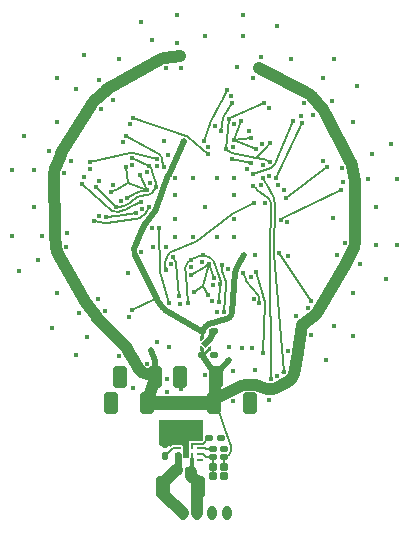
<source format=gbl>
G04*
G04 #@! TF.GenerationSoftware,Altium Limited,Altium Designer,21.5.1 (32)*
G04*
G04 Layer_Physical_Order=4*
G04 Layer_Color=16711680*
%FSLAX25Y25*%
%MOIN*%
G70*
G04*
G04 #@! TF.SameCoordinates,27F4FA08-B883-49DC-8838-6B3E8E1CA851*
G04*
G04*
G04 #@! TF.FilePolarity,Positive*
G04*
G01*
G75*
%ADD10C,0.00787*%
%ADD11C,0.00984*%
%ADD29R,0.00787X0.00787*%
%ADD30R,0.00394X0.00394*%
G04:AMPARAMS|DCode=35|XSize=23.62mil|YSize=23.62mil|CornerRadius=2.36mil|HoleSize=0mil|Usage=FLASHONLY|Rotation=90.000|XOffset=0mil|YOffset=0mil|HoleType=Round|Shape=RoundedRectangle|*
%AMROUNDEDRECTD35*
21,1,0.02362,0.01890,0,0,90.0*
21,1,0.01890,0.02362,0,0,90.0*
1,1,0.00472,0.00945,0.00945*
1,1,0.00472,0.00945,-0.00945*
1,1,0.00472,-0.00945,-0.00945*
1,1,0.00472,-0.00945,0.00945*
%
%ADD35ROUNDEDRECTD35*%
G04:AMPARAMS|DCode=45|XSize=19.68mil|YSize=23.62mil|CornerRadius=1.97mil|HoleSize=0mil|Usage=FLASHONLY|Rotation=90.000|XOffset=0mil|YOffset=0mil|HoleType=Round|Shape=RoundedRectangle|*
%AMROUNDEDRECTD45*
21,1,0.01968,0.01968,0,0,90.0*
21,1,0.01575,0.02362,0,0,90.0*
1,1,0.00394,0.00984,0.00787*
1,1,0.00394,0.00984,-0.00787*
1,1,0.00394,-0.00984,-0.00787*
1,1,0.00394,-0.00984,0.00787*
%
%ADD45ROUNDEDRECTD45*%
G04:AMPARAMS|DCode=46|XSize=19.68mil|YSize=23.62mil|CornerRadius=1.97mil|HoleSize=0mil|Usage=FLASHONLY|Rotation=0.000|XOffset=0mil|YOffset=0mil|HoleType=Round|Shape=RoundedRectangle|*
%AMROUNDEDRECTD46*
21,1,0.01968,0.01968,0,0,0.0*
21,1,0.01575,0.02362,0,0,0.0*
1,1,0.00394,0.00787,-0.00984*
1,1,0.00394,-0.00787,-0.00984*
1,1,0.00394,-0.00787,0.00984*
1,1,0.00394,0.00787,0.00984*
%
%ADD46ROUNDEDRECTD46*%
%ADD77C,0.01772*%
%ADD78C,0.00787*%
%ADD79C,0.01968*%
%ADD81C,0.01181*%
%ADD82C,0.02362*%
%ADD83O,0.03150X0.04724*%
%ADD84C,0.03937*%
G04:AMPARAMS|DCode=85|XSize=21.65mil|YSize=9.84mil|CornerRadius=1.48mil|HoleSize=0mil|Usage=FLASHONLY|Rotation=180.000|XOffset=0mil|YOffset=0mil|HoleType=Round|Shape=RoundedRectangle|*
%AMROUNDEDRECTD85*
21,1,0.02165,0.00689,0,0,180.0*
21,1,0.01870,0.00984,0,0,180.0*
1,1,0.00295,-0.00935,0.00345*
1,1,0.00295,0.00935,0.00345*
1,1,0.00295,0.00935,-0.00345*
1,1,0.00295,-0.00935,-0.00345*
%
%ADD85ROUNDEDRECTD85*%
G04:AMPARAMS|DCode=86|XSize=9.84mil|YSize=21.65mil|CornerRadius=1.48mil|HoleSize=0mil|Usage=FLASHONLY|Rotation=180.000|XOffset=0mil|YOffset=0mil|HoleType=Round|Shape=RoundedRectangle|*
%AMROUNDEDRECTD86*
21,1,0.00984,0.01870,0,0,180.0*
21,1,0.00689,0.02165,0,0,180.0*
1,1,0.00295,-0.00345,0.00935*
1,1,0.00295,0.00345,0.00935*
1,1,0.00295,0.00345,-0.00935*
1,1,0.00295,-0.00345,-0.00935*
%
%ADD86ROUNDEDRECTD86*%
G04:AMPARAMS|DCode=87|XSize=9.84mil|YSize=51.18mil|CornerRadius=1.48mil|HoleSize=0mil|Usage=FLASHONLY|Rotation=180.000|XOffset=0mil|YOffset=0mil|HoleType=Round|Shape=RoundedRectangle|*
%AMROUNDEDRECTD87*
21,1,0.00984,0.04823,0,0,180.0*
21,1,0.00689,0.05118,0,0,180.0*
1,1,0.00295,-0.00345,0.02411*
1,1,0.00295,0.00345,0.02411*
1,1,0.00295,0.00345,-0.02411*
1,1,0.00295,-0.00345,-0.02411*
%
%ADD87ROUNDEDRECTD87*%
G04:AMPARAMS|DCode=88|XSize=9.84mil|YSize=39.37mil|CornerRadius=1.48mil|HoleSize=0mil|Usage=FLASHONLY|Rotation=180.000|XOffset=0mil|YOffset=0mil|HoleType=Round|Shape=RoundedRectangle|*
%AMROUNDEDRECTD88*
21,1,0.00984,0.03642,0,0,180.0*
21,1,0.00689,0.03937,0,0,180.0*
1,1,0.00295,-0.00345,0.01821*
1,1,0.00295,0.00345,0.01821*
1,1,0.00295,0.00345,-0.01821*
1,1,0.00295,-0.00345,-0.01821*
%
%ADD88ROUNDEDRECTD88*%
G04:AMPARAMS|DCode=89|XSize=39.37mil|YSize=133.86mil|CornerRadius=5.91mil|HoleSize=0mil|Usage=FLASHONLY|Rotation=90.000|XOffset=0mil|YOffset=0mil|HoleType=Round|Shape=RoundedRectangle|*
%AMROUNDEDRECTD89*
21,1,0.03937,0.12205,0,0,90.0*
21,1,0.02756,0.13386,0,0,90.0*
1,1,0.01181,0.06102,0.01378*
1,1,0.01181,0.06102,-0.01378*
1,1,0.01181,-0.06102,-0.01378*
1,1,0.01181,-0.06102,0.01378*
%
%ADD89ROUNDEDRECTD89*%
G04:AMPARAMS|DCode=90|XSize=70.87mil|YSize=45.28mil|CornerRadius=5.66mil|HoleSize=0mil|Usage=FLASHONLY|Rotation=90.000|XOffset=0mil|YOffset=0mil|HoleType=Round|Shape=RoundedRectangle|*
%AMROUNDEDRECTD90*
21,1,0.07087,0.03396,0,0,90.0*
21,1,0.05955,0.04528,0,0,90.0*
1,1,0.01132,0.01698,0.02977*
1,1,0.01132,0.01698,-0.02977*
1,1,0.01132,-0.01698,-0.02977*
1,1,0.01132,-0.01698,0.02977*
%
%ADD90ROUNDEDRECTD90*%
%ADD91C,0.04724*%
G36*
X-473Y-43760D02*
X-1299Y-44587D01*
X-1693Y-44587D01*
Y-42776D01*
X-472D01*
X-473Y-43760D01*
D02*
G37*
G36*
X2087Y-44587D02*
X1693Y-44587D01*
X866Y-43760D01*
X866Y-42776D01*
X2087D01*
Y-44587D01*
D02*
G37*
G36*
X1812Y-45374D02*
X197Y-46989D01*
X-1418Y-45374D01*
X197Y-43759D01*
X1812Y-45374D01*
D02*
G37*
G36*
X2087Y-46161D02*
Y-47972D01*
X866D01*
X866Y-46988D01*
X1693Y-46161D01*
X2087Y-46161D01*
D02*
G37*
G36*
X-473Y-46988D02*
X-472Y-47972D01*
X-1693D01*
Y-46161D01*
X-1299Y-46161D01*
X-473Y-46988D01*
D02*
G37*
G36*
X-787Y-77616D02*
X-908Y-77737D01*
X-3077D01*
X-3461Y-77813D01*
X-3494Y-77835D01*
X-4232D01*
X-4257Y-77840D01*
X-4675D01*
X-4963Y-77897D01*
X-5207Y-78060D01*
X-5371Y-78304D01*
X-5428Y-78592D01*
Y-80463D01*
X-5371Y-80751D01*
X-5330Y-80811D01*
X-5207Y-81022D01*
Y-81577D01*
X-5330Y-81788D01*
X-5371Y-81848D01*
X-5428Y-82136D01*
Y-83424D01*
X-5521Y-83563D01*
X-7150D01*
Y-82677D01*
X-7269Y-82081D01*
Y-81841D01*
X-7326Y-81552D01*
X-7451Y-81201D01*
X-7326Y-80849D01*
X-7269Y-80561D01*
Y-79872D01*
X-7326Y-79584D01*
X-7490Y-79340D01*
X-7734Y-79177D01*
X-8022Y-79119D01*
X-9892D01*
X-10180Y-79177D01*
X-10381Y-79311D01*
X-10728D01*
X-11112Y-79388D01*
X-11438Y-79605D01*
X-11635Y-79802D01*
X-11713Y-79724D01*
X-14665D01*
X-15157Y-79141D01*
Y-70866D01*
X-787D01*
Y-77616D01*
D02*
G37*
D10*
X-5838Y-18501D02*
G03*
X-6495Y-19991I1212J-1424D01*
G01*
X-6395Y-22610D02*
G03*
X-6392Y-22655I1869J71D01*
G01*
X3127Y-18176D02*
G03*
X2043Y-17021I-1777J-582D01*
G01*
X4706Y-23013D02*
G03*
X4672Y-22895I-1812J-463D01*
G01*
X-8Y-19869D02*
G03*
X247Y-19688I-951J1610D01*
G01*
X-29710Y5841D02*
G03*
X-29663Y5868I-900J1639D01*
G01*
X-29918Y5743D02*
G03*
X-29710Y5841I-693J1737D01*
G01*
X-22205Y5061D02*
G03*
X-22971Y4757I806J-3147D01*
G01*
X-26616Y-831D02*
G03*
X-26520Y-786I-1338J2960D01*
G01*
X-27072Y-998D02*
G03*
X-26616Y-831I-881J3126D01*
G01*
X-24378Y271D02*
G03*
X-24247Y340I-1441J2911D01*
G01*
X-17631Y12214D02*
G03*
X-17758Y12517I-1781J-570D01*
G01*
X-24994Y1504D02*
G03*
X-24657Y1717I-825J1678D01*
G01*
X-21527Y3780D02*
G03*
X-22562Y3379I127J-1866D01*
G01*
X-18345Y13628D02*
G03*
X-18391Y13704I-696J-368D01*
G01*
X-19160Y3942D02*
G03*
X-17774Y4713I-132J1865D01*
G01*
X-16413Y8325D02*
G03*
X-16483Y8627I-1851J-268D01*
G01*
X19407Y-29650D02*
G03*
X19335Y-29403I-3151J-786D01*
G01*
X19330Y-29388D02*
G03*
X19335Y-29403I752J235D01*
G01*
X18124Y-30518D02*
G03*
X17713Y-29265I-1868J82D01*
G01*
X13578Y-24036D02*
G03*
X13817Y-24420I1696J788D01*
G01*
X19929Y-32032D02*
G03*
X19873Y-31498I-1869J72D01*
G01*
X21889Y1532D02*
G03*
X21131Y3079I-1870J42D01*
G01*
X21556Y-15298D02*
G03*
X21555Y-15392I3247J-64D01*
G01*
X17201Y6015D02*
G03*
X17436Y5809I1346J1298D01*
G01*
X8661Y-79823D02*
G03*
X8601Y-79449I-1181J0D01*
G01*
X7420Y-75906D02*
G03*
X7418Y-75900I-1120J-374D01*
G01*
X7957Y-82478D02*
G03*
X8661Y-81398I-477J1080D01*
G01*
X22933Y-15330D02*
G03*
X22939Y-15512I1870J-32D01*
G01*
X20201Y8187D02*
G03*
X20098Y8358I-1654J-873D01*
G01*
X6978Y-26127D02*
G03*
X6949Y-26313I757J-215D01*
G01*
X6948Y-26329D02*
G03*
X6949Y-26313I-786J44D01*
G01*
X6979Y-26124D02*
G03*
X7017Y-25243I-1797J519D01*
G01*
X-4375Y-17307D02*
G03*
X-4598Y-17440I289J-732D01*
G01*
X5223Y-25465D02*
G03*
X5228Y-25054I-757J216D01*
G01*
X-1042Y-15992D02*
G03*
X-1078Y-16005I253J-746D01*
G01*
X5711Y-20583D02*
G03*
X5791Y-21218I1868J-86D01*
G01*
X7017Y-25243D02*
G03*
X6970Y-25056I-1835J-363D01*
G01*
X-14926Y-21182D02*
G03*
X-14924Y-21202I786J39D01*
G01*
X-14924Y-21208D02*
G03*
X-14864Y-21547I1864J154D01*
G01*
X-13301Y-18593D02*
G03*
X-13313Y-19168I1841J-327D01*
G01*
X-13300Y-18588D02*
G03*
X-13301Y-18593I1841J-331D01*
G01*
X-14929Y-21123D02*
G03*
X-14928Y-21146I1869J69D01*
G01*
X-16241Y7134D02*
G03*
X-16248Y7207I-786J-38D01*
G01*
X-27910Y259D02*
G03*
X-27126Y452I-44J1870D01*
G01*
X8738Y18280D02*
G03*
X9052Y18181I720J1726D01*
G01*
X20246Y15818D02*
G03*
X19489Y16091I-998J-1582D01*
G01*
X8295Y29736D02*
G03*
X8275Y29726I330J-715D01*
G01*
X20300Y19790D02*
G03*
X20410Y19915I-1345J1299D01*
G01*
X22163Y13209D02*
G03*
X23301Y14273I-592J1774D01*
G01*
X26685Y-3139D02*
G03*
X26423Y-3291I804J-1688D01*
G01*
X23267Y1510D02*
G03*
X22892Y3092I-3247J64D01*
G01*
X9041Y-2247D02*
G03*
X9048Y-2244I-337J712D01*
G01*
X-13214Y-18273D02*
G03*
X-13300Y-18588I1755J-646D01*
G01*
X9037Y-2249D02*
G03*
X8700Y-2456I806J-1688D01*
G01*
X9039Y-2248D02*
G03*
X9037Y-2249I803J-1689D01*
G01*
X-3227Y-11573D02*
G03*
X-2795Y-11323I-710J1730D01*
G01*
X-11625Y-15051D02*
G03*
X-11683Y-15089I392J-683D01*
G01*
Y-15089D02*
G03*
X-12368Y-15976I1070J-1534D01*
G01*
X-9597Y-18751D02*
G03*
X-9833Y-17996I-1863J-168D01*
G01*
X-11322Y-14896D02*
G03*
X-11549Y-15008I710J-1730D01*
G01*
X1786Y28029D02*
G03*
X1686Y27801I1659J-864D01*
G01*
X1787Y28030D02*
G03*
X1786Y28029I1658J-864D01*
G01*
X18118Y17537D02*
G03*
X18104Y17522I567J-547D01*
G01*
X-5587Y23523D02*
G03*
X-6263Y23913I-1302J-1476D01*
G01*
X7224Y19072D02*
G03*
X7588Y18764I667J418D01*
G01*
X-30890Y-1184D02*
G03*
X-29145Y-1582I1237J1402D01*
G01*
X-33172Y-5141D02*
G03*
X-32665Y-5147I275J1850D01*
G01*
X-23159Y-3961D02*
G03*
X-23160Y-3961I96J-782D01*
G01*
X-23117Y-3957D02*
G03*
X-23159Y-3961I54J-786D01*
G01*
X-22762Y-3934D02*
G03*
X-21654Y-3479I-119J1866D01*
G01*
X-19745Y-1820D02*
G03*
X-19263Y-1169I-1227J1411D01*
G01*
X-29401Y-3020D02*
G03*
X-29242Y-3004I-251J3238D01*
G01*
D02*
G03*
X-29179Y-2995I-410J3222D01*
G01*
X-14288Y16391D02*
G03*
X-15241Y17781I-1853J-250D01*
G01*
X-23949Y18143D02*
G03*
X-24815Y18158I-464J-1812D01*
G01*
X6009Y29698D02*
G03*
X6017Y29751I-772J153D01*
G01*
X6321Y30569D02*
G03*
X6018Y29755I1553J-1042D01*
G01*
X247Y-19688D02*
X1350Y-18757D01*
X2895Y-23477D01*
X-6392Y-22655D02*
X-5812Y-31932D01*
X3127Y-18176D02*
X4672Y-22895D01*
X-6495Y-19991D02*
X-6395Y-22610D01*
X-5838Y-18501D02*
X-4611Y-17452D01*
X-766Y-15898D02*
X2043Y-17021D01*
X-4526Y-22539D02*
X-8Y-19869D01*
X-591Y-26181D02*
X1350Y-18757D01*
X-591Y-26181D02*
X991Y-29184D01*
X-3642Y-28150D02*
X-591Y-26181D01*
X-29918Y5743D02*
X-29918Y5743D01*
X-31336Y5178D02*
X-29918Y5743D01*
X-29663Y5868D02*
X-25752Y8166D01*
X-26461Y13333D02*
X-25752Y8166D01*
X-19291Y5807D01*
X-25819Y3182D02*
X-22971Y4757D01*
X-22205Y5061D02*
X-19291Y5807D01*
X-21597Y10733D02*
X-19291Y5807D01*
X-24247Y340D02*
X-21399Y1914D01*
X-18345Y13628D02*
X-17758Y12517D01*
X-16241Y7134D02*
X-16228Y6859D01*
X-17631Y12214D02*
X-16483Y8627D01*
X-27126Y452D02*
X-24994Y1504D01*
X-26520Y-786D02*
X-24378Y271D01*
X-21527Y3780D02*
X-19160Y3942D01*
X-18523Y13899D02*
X-18391Y13704D01*
X-16413Y8325D02*
X-16248Y7207D01*
X-24657Y1717D02*
X-22562Y3379D01*
X-29652Y218D02*
X-27910Y259D01*
X16929Y-21555D02*
X19330Y-29388D01*
X19335Y-29403D02*
X19335Y-29403D01*
X13817Y-24420D02*
X17713Y-29265D01*
X12567Y-21858D02*
X13578Y-24036D01*
X21555Y-15392D02*
X21934Y-57232D01*
X19287Y-48655D02*
X19929Y-32032D01*
X19407Y-29650D02*
X19873Y-31498D01*
X16087Y7170D02*
X17201Y6015D01*
X17436Y5809D02*
X21131Y3079D01*
X21556Y-15298D02*
X21889Y1532D01*
X25808Y-54995D02*
X26202Y-54897D01*
X8661Y-81398D02*
Y-79823D01*
X4847Y-68332D02*
X7418Y-75900D01*
X3150Y-65354D02*
X4847Y-68332D01*
X7420Y-75906D02*
X8601Y-79449D01*
X-13189Y-82776D02*
X-10728Y-80315D01*
X-9055D01*
X-13189Y-82972D02*
Y-82776D01*
X6496Y-86516D02*
Y-83366D01*
X7283Y-82776D01*
X7957Y-82478D01*
X420Y-83366D02*
X2559D01*
Y-89665D02*
Y-86516D01*
Y-83366D01*
X-663Y-82284D02*
X420Y-83366D01*
X-1575Y-82284D02*
X-663D01*
X-1673Y-82185D02*
X-1575Y-82284D01*
X197Y-80610D02*
X2559D01*
X1181Y-77067D02*
X1378D01*
X-98Y-80315D02*
X197Y-80610D01*
X-1575Y-80315D02*
X-98D01*
X-1673Y-80216D02*
X-1575Y-80315D01*
X-3077Y-78740D02*
X-492D01*
X1181Y-77067D01*
X-9055Y-80315D02*
X-8957Y-80216D01*
X-4331Y-79528D02*
Y-78937D01*
X-4232Y-78839D01*
X-3176D01*
X-3077Y-78740D01*
X4800Y-31567D02*
X5183Y-25605D01*
X6496Y-34941D02*
X6948Y-26329D01*
X6978Y-26127D02*
X6979Y-26124D01*
X5183Y-25605D02*
X5223Y-25465D01*
X5711Y-20583D02*
X5777Y-19135D01*
X-13313Y-19168D02*
X-13060Y-21053D01*
X-9580Y-18939D02*
X-8613Y-29638D01*
X-14864Y-21547D02*
X-12002Y-32023D01*
X-4611Y-17452D02*
X-4598Y-17440D01*
X4706Y-23013D02*
X5228Y-25054D01*
X-4375Y-17307D02*
X-1078Y-16005D01*
X-1042Y-15992D02*
X-766Y-15898D01*
X5791Y-21218D02*
X6970Y-25056D01*
X-15452Y-7054D02*
X-14929Y-21123D01*
X-14928Y-21146D02*
X-14926Y-21182D01*
X-14924Y-21202D02*
X-14924Y-21208D01*
X-29179Y-2995D02*
X-22881Y-2068D01*
X-17774Y4713D02*
X-16228Y6859D01*
X21374Y14983D02*
X21571D01*
X7588Y18764D02*
X8738Y18280D01*
X9052Y18181D02*
X17078Y16405D01*
X19489Y16091D01*
X20246Y15818D02*
X21571Y14983D01*
X7874Y29528D02*
X8275Y29726D01*
X7087Y19291D02*
X7224Y19072D01*
X8295Y29736D02*
X19551Y34931D01*
X16142Y11200D02*
X22163Y13209D01*
X23769Y9744D02*
X32283Y28051D01*
X23301Y14273D02*
X29232Y28740D01*
X20201Y8187D02*
X22892Y3092D01*
X27067Y3248D02*
X40642Y13390D01*
X19219Y9663D02*
X20098Y8358D01*
X25237Y-4114D02*
X26423Y-3291D01*
X26685Y-3139D02*
X45472Y5807D01*
X22939Y-15512D02*
X26202Y-54897D01*
X9039Y-2248D02*
X9041Y-2247D01*
X9048Y-2244D02*
X16292Y1271D01*
X22933Y-15330D02*
X23267Y1510D01*
X18061Y-31960D02*
X18124Y-30518D01*
X-11322Y-14896D02*
X-3227Y-11573D01*
X-13214Y-18273D02*
X-12368Y-15976D01*
X-9597Y-18751D02*
X-9580Y-18939D01*
X-10611Y-16626D02*
X-9833Y-17996D01*
X-11625Y-15051D02*
X-11549Y-15008D01*
X-2795Y-11323D02*
X8700Y-2456D01*
X24803Y-15362D02*
X35428Y-31181D01*
X9582Y22508D02*
X17175Y19536D01*
X9582Y22508D02*
X15211Y23138D01*
X13767Y20859D02*
X17175Y19536D01*
X5594Y35469D02*
X7509Y39209D01*
X5344Y34979D02*
X5594Y35469D01*
X1787Y28030D02*
X5344Y34979D01*
X1786Y28029D02*
X1787Y28030D01*
X-394Y22047D02*
X1686Y27801D01*
X18118Y17537D02*
X20300Y19790D01*
X9582Y22508D02*
X11897Y28607D01*
X-24016Y29921D02*
X-6263Y23913D01*
X-926Y19436D02*
X929Y17811D01*
X-5587Y23523D02*
X-926Y19436D01*
X7087Y19291D02*
X7874Y29528D01*
X9123Y16156D02*
X15354Y14751D01*
X17078Y16405D02*
X18104Y17522D01*
X20410Y19915D02*
X21654Y21455D01*
X-29145Y-1582D02*
X-27072Y-998D01*
X-41043Y7776D02*
X-30890Y-1184D01*
X-38305Y15191D02*
X-24815Y18158D01*
X-36150Y6644D02*
X-29652Y218D01*
X-36884Y-4589D02*
X-33172Y-5141D01*
X-23117Y-3957D02*
X-23113Y-3957D01*
X-22762Y-3934D01*
X-23160Y-3961D02*
X-23159Y-3961D01*
X-32665Y-5147D02*
X-23160Y-3961D01*
X-19263Y-1169D02*
X-18677Y149D01*
X-21654Y-3479D02*
X-19745Y-1820D01*
X-24409Y-34252D02*
X-16690Y-30659D01*
X-32896Y-3291D02*
X-29401Y-3020D01*
X-26181Y23819D02*
X-15241Y17781D01*
X-14288Y16391D02*
X-13908Y13569D01*
X-23949Y18143D02*
X-16142Y16142D01*
X-24414Y16332D02*
X-18523Y13899D01*
X5217Y25591D02*
X6009Y29698D01*
X6017Y29751D02*
X6018Y29755D01*
X6321Y30569D02*
X9055Y34646D01*
D11*
X-1083Y-48898D02*
Y-47067D01*
Y-48898D02*
X-1083Y-49390D01*
X-394Y-48898D02*
X1476Y-47067D01*
X-1280Y-41319D02*
X-1252Y-41387D01*
Y-41387D02*
Y-41387D01*
Y-41387D02*
X-1083Y-41811D01*
Y-43681D02*
Y-41811D01*
D29*
X197Y-45374D02*
D03*
D30*
X-1083Y-47067D02*
D03*
X1476D02*
D03*
Y-43681D02*
D03*
X-1083D02*
D03*
D35*
X6496Y-89665D02*
D03*
X2559D02*
D03*
Y-86516D02*
D03*
X6496D02*
D03*
D45*
X1378Y-77067D02*
D03*
X5315D02*
D03*
X2559Y-80610D02*
D03*
X6496D02*
D03*
Y-83366D02*
D03*
X2559D02*
D03*
X-9252Y-87697D02*
D03*
X-5315D02*
D03*
X-1083Y-41319D02*
D03*
X2854D02*
D03*
X-1083Y-49390D02*
D03*
X2854D02*
D03*
D46*
X-13189Y-79035D02*
D03*
Y-82972D02*
D03*
D77*
X-30610Y7480D02*
D03*
X-21399Y1914D02*
D03*
X-27954Y2129D02*
D03*
X-25819Y3182D02*
D03*
X16929Y-21555D02*
D03*
X15274Y-23248D02*
D03*
X-4526Y-22539D02*
D03*
X40270Y-50851D02*
D03*
X49276Y-42997D02*
D03*
X60300Y-23904D02*
D03*
X64173Y-12598D02*
D03*
Y9449D02*
D03*
X61875Y21176D02*
D03*
X50851Y40270D02*
D03*
X42997Y49276D02*
D03*
X23904Y60300D02*
D03*
X12598Y64173D02*
D03*
X-9449D02*
D03*
X-21176Y61875D02*
D03*
X-40270Y50851D02*
D03*
X-49276Y42997D02*
D03*
X-60300Y23904D02*
D03*
X-64173Y-9449D02*
D03*
Y12598D02*
D03*
X-50851Y-40270D02*
D03*
X-61875Y-21176D02*
D03*
X-42997Y-49276D02*
D03*
X-23904Y-60300D02*
D03*
X-12598Y-61417D02*
D03*
X9364Y-64678D02*
D03*
X21358Y-64173D02*
D03*
X24016Y-56102D02*
D03*
X14075Y-67716D02*
D03*
X14719Y25505D02*
D03*
X19287Y-48655D02*
D03*
X16768Y-54161D02*
D03*
X21934Y-57232D02*
D03*
X26202Y-54897D02*
D03*
X6488Y-89662D02*
D03*
X27676Y-47882D02*
D03*
X14173Y-62992D02*
D03*
X9467Y-54638D02*
D03*
X-7972Y-60532D02*
D03*
X-19148Y-52085D02*
D03*
X-98Y-56004D02*
D03*
X6496Y-80610D02*
D03*
X5315Y-77067D02*
D03*
X-7733Y-53534D02*
D03*
X-12574Y-57308D02*
D03*
X7874Y-50787D02*
D03*
X33153Y34714D02*
D03*
X10827Y46752D02*
D03*
X-12907Y46419D02*
D03*
X-34646Y32776D02*
D03*
X-46161Y-13189D02*
D03*
X-33366Y-34646D02*
D03*
X-8169Y-32283D02*
D03*
X-5812Y-31932D02*
D03*
X2165Y-41319D02*
D03*
X3445Y-49313D02*
D03*
X991Y-29184D02*
D03*
X4800Y-31567D02*
D03*
X6496Y-34941D02*
D03*
X2391Y-31089D02*
D03*
X5183Y-25605D02*
D03*
X2895Y-23477D02*
D03*
X5777Y-19135D02*
D03*
X7874Y-46457D02*
D03*
X-13060Y-21053D02*
D03*
X-11459Y-18919D02*
D03*
X2756Y-25886D02*
D03*
X-959Y-18259D02*
D03*
X-8613Y-29638D02*
D03*
X-12002Y-32023D02*
D03*
X-17323Y-13386D02*
D03*
X-17692Y-6762D02*
D03*
X-15255Y-6955D02*
D03*
X-22881Y-2068D02*
D03*
X-12992Y-13386D02*
D03*
X-35236Y8858D02*
D03*
X-18264Y8057D02*
D03*
X-16228Y6859D02*
D03*
X-19412Y11644D02*
D03*
X-27362Y21752D02*
D03*
X19248Y14237D02*
D03*
X21571Y14983D02*
D03*
X21457Y10431D02*
D03*
X27067Y3248D02*
D03*
X26503Y5658D02*
D03*
X27489Y-4827D02*
D03*
X25237Y-4114D02*
D03*
X20020Y1575D02*
D03*
X16292Y1271D02*
D03*
X15846Y-46850D02*
D03*
X18061Y-31960D02*
D03*
X16256Y-30437D02*
D03*
X4134Y-34744D02*
D03*
X-4611Y-17452D02*
D03*
X-4626Y-19925D02*
D03*
X-10611Y-16626D02*
D03*
X45472Y5807D02*
D03*
X46063Y8268D02*
D03*
X39342Y15502D02*
D03*
X40642Y13390D02*
D03*
X27657Y-16142D02*
D03*
X24803Y-15362D02*
D03*
X18548Y7313D02*
D03*
X24508Y7382D02*
D03*
X23769Y9744D02*
D03*
X31952Y30438D02*
D03*
X16093Y42962D02*
D03*
X15211Y23138D02*
D03*
X21260Y33169D02*
D03*
X19551Y34931D02*
D03*
X8545Y36952D02*
D03*
X7509Y39209D02*
D03*
X9635Y27928D02*
D03*
X11897Y28607D02*
D03*
X3445Y27165D02*
D03*
X-394Y22047D02*
D03*
X1144Y20254D02*
D03*
X9458Y20006D02*
D03*
X9582Y22508D02*
D03*
X9123Y16156D02*
D03*
X15354Y14751D02*
D03*
X13976Y12795D02*
D03*
X17175Y19536D02*
D03*
X18955Y21089D02*
D03*
X29232Y28740D02*
D03*
X32283Y28051D02*
D03*
X21654Y21455D02*
D03*
X-38386Y12795D02*
D03*
X-38305Y15191D02*
D03*
X-31336Y5178D02*
D03*
X-36150Y6644D02*
D03*
X-41043Y7776D02*
D03*
X-40354Y10039D02*
D03*
X-18677Y149D02*
D03*
X-20972Y-409D02*
D03*
X-19291Y5807D02*
D03*
X-29652Y218D02*
D03*
X-35194Y-2743D02*
D03*
X-32896Y-3291D02*
D03*
X-21597Y10733D02*
D03*
X-16128Y13706D02*
D03*
X-13711Y13471D02*
D03*
X-24016Y29921D02*
D03*
X-26461Y13333D02*
D03*
X-24189Y13980D02*
D03*
X-24414Y16332D02*
D03*
X-25000Y27756D02*
D03*
X-26181Y23819D02*
D03*
X-16142Y16142D02*
D03*
X-12205Y17323D02*
D03*
X-16045Y-44857D02*
D03*
X-17963Y-47719D02*
D03*
X1350Y-18757D02*
D03*
X7579Y-20669D02*
D03*
X12567Y-21858D02*
D03*
X35428Y-31181D02*
D03*
X-3642Y-28150D02*
D03*
X-21260Y-14764D02*
D03*
X42520Y-3445D02*
D03*
X19219Y9663D02*
D03*
X16142Y11200D02*
D03*
X-766Y-15898D02*
D03*
X5217Y25591D02*
D03*
X929Y17811D02*
D03*
X7874Y29528D02*
D03*
X-36884Y-4589D02*
D03*
X-13583Y22047D02*
D03*
X-51873Y18866D02*
D03*
X30512Y-36090D02*
D03*
X43139Y-39454D02*
D03*
X34252Y-33563D02*
D03*
X12500Y-46850D02*
D03*
X-35612Y-30463D02*
D03*
X-46063Y-8661D02*
D03*
X-46850Y11417D02*
D03*
X-44667Y15502D02*
D03*
X-49439Y28543D02*
D03*
X-30659Y35741D02*
D03*
X-7874Y46457D02*
D03*
X35961Y30709D02*
D03*
X45768Y13091D02*
D03*
X46555Y-12008D02*
D03*
X43964Y-15945D02*
D03*
X16831D02*
D03*
X9843Y-9843D02*
D03*
X-18523Y13899D02*
D03*
X-9843Y3937D02*
D03*
Y9843D02*
D03*
X3937D02*
D03*
X-3937D02*
D03*
X-9843Y-3937D02*
D03*
X-3937Y-9843D02*
D03*
X3937D02*
D03*
X9843Y-3937D02*
D03*
Y3937D02*
D03*
Y9843D02*
D03*
X-9843Y-9843D02*
D03*
X0Y0D02*
D03*
X-28543Y-49439D02*
D03*
X35447Y-42475D02*
D03*
X49439Y-28543D02*
D03*
X51736Y-19026D02*
D03*
X57087Y-12598D02*
D03*
Y0D02*
D03*
X54232Y9449D02*
D03*
X55738Y17633D02*
D03*
X49439Y28543D02*
D03*
X42475Y35447D02*
D03*
X39454Y43139D02*
D03*
X28543Y49439D02*
D03*
X18634Y50197D02*
D03*
X12598Y57087D02*
D03*
X0D02*
D03*
X-9210Y54626D02*
D03*
X-17633Y55738D02*
D03*
X-28543Y49439D02*
D03*
X-35447Y42475D02*
D03*
X-43139Y39454D02*
D03*
X-57087Y12598D02*
D03*
Y0D02*
D03*
X-54232Y-9449D02*
D03*
X-55738Y-17633D02*
D03*
X-49439Y-28543D02*
D03*
X-42126Y-35236D02*
D03*
X-39454Y-43139D02*
D03*
X-11909Y-46654D02*
D03*
X-25492Y-22047D02*
D03*
X-25394Y-36417D02*
D03*
X-29232Y-54528D02*
D03*
X-27461Y-59153D02*
D03*
X-30315Y-63386D02*
D03*
X-31988Y-67618D02*
D03*
X16087Y7170D02*
D03*
X-24409Y-34252D02*
D03*
X-6890Y22047D02*
D03*
X-21260Y-8071D02*
D03*
X12894Y-15945D02*
D03*
X18110Y46457D02*
D03*
X39370Y32677D02*
D03*
X50000Y8268D02*
D03*
X47244Y-18110D02*
D03*
X32283Y-39370D02*
D03*
X-8268Y50394D02*
D03*
X-32677Y39370D02*
D03*
X-48031Y17717D02*
D03*
X-50000Y-8661D02*
D03*
X-39370Y-32283D02*
D03*
X7087Y19291D02*
D03*
X9055Y34646D02*
D03*
D78*
X-29918Y5743D02*
D03*
D79*
X-16687Y-52085D02*
G03*
X-16804Y-51335I-2461J0D01*
G01*
X10389Y-20714D02*
G03*
X10116Y-21646I2178J-1144D01*
G01*
X7121Y-37321D02*
G03*
X8857Y-35635I-625J2380D01*
G01*
X1420Y-38818D02*
G03*
X435Y-39493I450J-1713D01*
G01*
X8857Y-35635D02*
G03*
X8947Y-35153I-2361J694D01*
G01*
X1535Y-43914D02*
G03*
X1597Y-43840I-724J667D01*
G01*
X1600Y-43836D02*
G03*
X1656Y-43753I-788J590D01*
G01*
X2367Y-42575D02*
G03*
X2506Y-42135I-843J509D01*
G01*
X-14011Y-33444D02*
G03*
X-13268Y-34133I2008J1421D01*
G01*
X-16638Y-1228D02*
G03*
X-16368Y-703I-2039J1377D01*
G01*
X-16704Y-1322D02*
G03*
X-16638Y-1228I-1972J1471D01*
G01*
X-19665Y-5291D02*
G03*
X-19834Y-5550I1972J-1471D01*
G01*
X-21337Y-8267D02*
G03*
X-21340Y-8275I1829J-728D01*
G01*
X-12076Y10876D02*
G03*
X-12150Y10696I2233J-1033D01*
G01*
X-23548Y-13859D02*
G03*
X-23451Y-15884I2288J-905D01*
G01*
X-16112Y-30409D02*
G03*
X-15922Y-30744I1798J802D01*
G01*
X-16905Y-28626D02*
G03*
X-16953Y-28525I-1799J-800D01*
G01*
X-16687Y-54134D02*
X-16634Y-56693D01*
X-886Y-49390D02*
X2362Y-54134D01*
X3642Y-56693D02*
X4921Y-54134D01*
X2362D02*
X3642Y-56693D01*
X4921Y-54134D02*
X7874Y-50787D01*
X-17963Y-47719D02*
X-16804Y-51335D01*
X-16687Y-54134D02*
Y-52085D01*
X-1083Y-49390D02*
X-886D01*
X11185Y-19199D02*
X12894Y-15945D01*
X11064Y-19428D02*
X11185Y-19199D01*
X10389Y-20714D02*
X11064Y-19428D01*
X8947Y-35153D02*
X10116Y-21646D01*
X-13268Y-34133D02*
X-1280Y-41319D01*
X1420Y-38818D02*
X7121Y-37321D01*
X-886Y-41319D02*
X435Y-39493D01*
X-1083Y-41319D02*
X-886D01*
X1656Y-43753D02*
X2367Y-42575D01*
X197Y-45374D02*
X1535Y-43914D01*
X2854Y-41910D02*
Y-41319D01*
X2506Y-42135D02*
Y-41811D01*
X2679Y-41492D01*
Y-41811D02*
X2809Y-41324D01*
X2679Y-41811D02*
Y-41492D01*
X2539Y-41639D02*
X2854Y-41910D01*
X1597Y-43840D02*
X1600Y-43836D01*
X-14825Y-32294D02*
X-14011Y-33444D01*
X-14825Y-32294D02*
Y-32294D01*
X-15922Y-30744D02*
X-14825Y-32294D01*
X-16368Y-703D02*
X-12150Y10696D01*
X-19665Y-5291D02*
X-16704Y-1322D01*
X-23548Y-13859D02*
X-21340Y-8275D01*
X-21260Y-8071D02*
X-19834Y-5550D01*
X-23451Y-15884D02*
X-16953Y-28525D01*
X-12076Y10876D02*
X-6890Y22047D01*
X-16905Y-28626D02*
X-16113Y-30407D01*
X-21337Y-8267D02*
X-21260Y-8071D01*
X-16113Y-30407D02*
X-16112Y-30409D01*
D81*
X-4429Y-84055D02*
X-4331Y-83957D01*
X-5315Y-87697D02*
X-5118D01*
X-4429Y-87008D01*
Y-84055D01*
D82*
X-9252Y-87697D02*
X-8957Y-87402D01*
Y-84154D01*
Y-82677D01*
D83*
X7283Y-101969D02*
D03*
X2362D02*
D03*
X-2559D02*
D03*
X-7480D02*
D03*
D84*
X-50047Y12700D02*
G03*
X-50295Y11371I3197J-1283D01*
G01*
X49604Y-13612D02*
G03*
X50000Y-12008I-3049J1604D01*
G01*
X-22146Y-53781D02*
G03*
X-19148Y-55530I2999J1696D01*
G01*
X-47816Y18112D02*
G03*
X-48031Y17717I3346J-2075D01*
G01*
X-37009Y35282D02*
G03*
X-37571Y34594I2363J-2506D01*
G01*
X50000Y8293D02*
G03*
X49948Y8879I-3937J-50D01*
G01*
X47252Y-18096D02*
G03*
X47317Y-17977I-3417J1956D01*
G01*
X31047Y-48590D02*
G03*
X31091Y-48336I-3371J708D01*
G01*
X13263Y-59252D02*
G03*
X11869Y-59580I0J-3125D01*
G01*
X-36140Y-36689D02*
G03*
X-35834Y-37049I2773J2043D01*
G01*
X36330Y-36311D02*
G03*
X37228Y-35298I-2078J2748D01*
G01*
X20825Y-60493D02*
G03*
X23574Y-60262I1109J3261D01*
G01*
X-49593Y-13487D02*
G03*
X-49168Y-14871I3432J298D01*
G01*
X-50001Y-8595D02*
G03*
X-50001Y-8627I3937J46D01*
G01*
X35790Y36931D02*
G03*
X34748Y37768I-2637J-2217D01*
G01*
X-49999Y-8697D02*
G03*
X-49988Y-8878I3934J148D01*
G01*
X-31997Y39842D02*
G03*
X-32669Y39377I1890J-3454D01*
G01*
X39724Y32119D02*
G03*
X39391Y32649I-3490J-1821D01*
G01*
X39352Y32700D02*
G03*
X39239Y32841I-3119J-2403D01*
G01*
X-48031Y17717D02*
G03*
X-48128Y17495I3561J-1679D01*
G01*
X-13283Y49844D02*
G03*
X-14567Y49438I376J-3424D01*
G01*
X-39554Y-31984D02*
G03*
X-39415Y-32215I3437J1921D01*
G01*
X-39323Y-32350D02*
G03*
X-39287Y-32399I3205J2287D01*
G01*
X49168Y13643D02*
G03*
X48822Y14684I-3400J-552D01*
G01*
X17665Y-59418D02*
G03*
X16658Y-59252I-1006J-2959D01*
G01*
X-25541Y-47749D02*
G03*
X-26080Y-47031I-3002J-1690D01*
G01*
X25659Y-59130D02*
G03*
X25679Y-59119I-1643J3028D01*
G01*
X27865Y-57914D02*
G03*
X29573Y-55605I-1663J3017D01*
G01*
X-32686Y39363D02*
G03*
X-32804Y39256I2579J-2975D01*
G01*
X-49168Y-14871D02*
X-39554Y-31984D01*
X49168Y13643D02*
X49948Y8879D01*
X-49988Y-8878D02*
X-49593Y-13487D01*
X25679Y-59119D02*
X27865Y-57914D01*
X-32686Y39363D02*
X-32677Y39370D01*
X-25541Y-47749D02*
X-23316Y-51703D01*
X-39415Y-32215D02*
X-39370Y-32283D01*
X13263Y-59252D02*
X16658D01*
X-35834Y-37049D02*
X-26080Y-47031D01*
X3150Y-65354D02*
X3445Y-63780D01*
X11869Y-59580D01*
X39370Y32677D02*
X39391Y32649D01*
X37228Y-35298D02*
X47244Y-18110D01*
X-19390Y-65354D02*
X-19094Y-63779D01*
X32283Y-39370D02*
X36330Y-36311D01*
X-50295Y11371D02*
X-50001Y-8595D01*
X50000Y-12008D02*
Y8268D01*
X-16929Y-58268D02*
X-16634Y-56693D01*
X3445Y-63780D02*
Y-58268D01*
X3642Y-56693D01*
X-19094Y-63779D02*
X-16929Y-58268D01*
X-39370Y-32283D02*
X-39323Y-32350D01*
X17665Y-59418D02*
X20825Y-60493D01*
X-50000Y-8661D02*
X-49999Y-8697D01*
X-23316Y-51703D02*
X-22591Y-52991D01*
X-31997Y39842D02*
X-14567Y49438D01*
X-50001Y-8627D02*
X-50000Y-8661D01*
X-19148Y-55530D02*
X-16929D01*
X39352Y32700D02*
X39370Y32677D01*
X23574Y-60262D02*
X25659Y-59130D01*
X-39287Y-32399D02*
X-36140Y-36689D01*
X-50047Y12700D02*
X-48128Y17495D01*
X50000Y8293D02*
X50000Y8268D01*
X-32677Y39370D02*
X-32669Y39377D01*
X-16929Y-55530D02*
X-16634Y-56693D01*
X35790Y36931D02*
X39239Y32841D01*
X-37009Y35282D02*
X-32804Y39256D01*
X39724Y32119D02*
X48822Y14684D01*
X-13283Y49844D02*
X-8268Y50394D01*
X-47816Y18112D02*
X-37571Y34594D01*
X18110Y46457D02*
X34748Y37768D01*
X29573Y-55605D02*
X31047Y-48590D01*
X31091Y-48336D02*
X32283Y-39370D01*
X47244Y-18110D02*
X47252Y-18096D01*
X-22591Y-52991D02*
X-22146Y-53781D01*
X47317Y-17977D02*
X49604Y-13612D01*
X-13681Y-95768D02*
X-7480Y-101969D01*
X-13976Y-91929D02*
X-9744Y-87697D01*
X-9252D01*
X-13976Y-93209D02*
Y-91929D01*
X-2461Y-92913D02*
X-2165Y-93209D01*
Y-94488D02*
Y-93209D01*
X-2461Y-92913D02*
Y-91634D01*
X-7480Y-101969D02*
Y-101969D01*
X-2559Y-101969D02*
Y-94882D01*
X-2165Y-94488D01*
X-4626Y-89468D02*
X-2461Y-91634D01*
X-4626Y-89468D02*
Y-88386D01*
D85*
X-1673Y-84154D02*
D03*
Y-82185D02*
D03*
Y-80216D02*
D03*
X-8957Y-84154D02*
D03*
Y-82185D02*
D03*
Y-80216D02*
D03*
D86*
X-4331Y-79528D02*
D03*
D87*
X-6299Y-81004D02*
D03*
D88*
X-4331Y-83957D02*
D03*
D89*
X-8071Y-74252D02*
D03*
Y-64921D02*
D03*
D90*
X-28445Y-56693D02*
D03*
X-16634D02*
D03*
X-31201Y-65354D02*
D03*
X-19390D02*
D03*
X-8169Y-56693D02*
D03*
X3642D02*
D03*
X14961Y-65354D02*
D03*
X3150D02*
D03*
X-2165Y-93209D02*
D03*
X-13976D02*
D03*
D91*
X-8071Y-65354D02*
X3150Y-65354D01*
X-19390Y-65354D02*
X-8071Y-65354D01*
M02*

</source>
